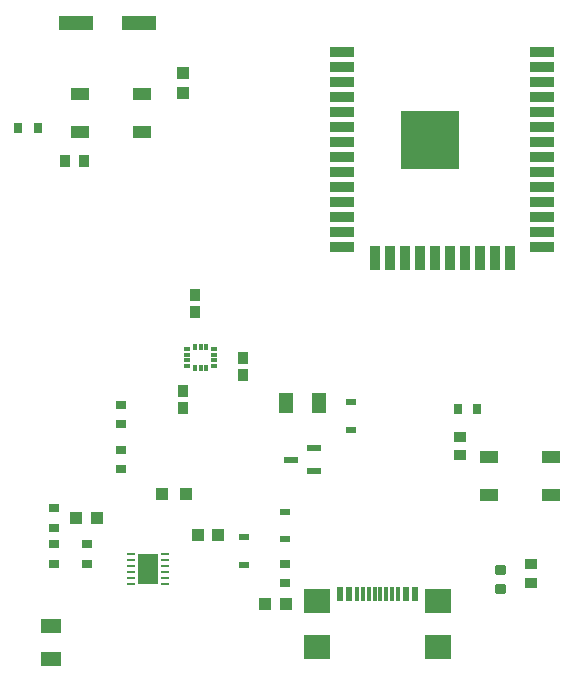
<source format=gbr>
%TF.GenerationSoftware,KiCad,Pcbnew,(5.1.7)-1*%
%TF.CreationDate,2020-11-25T10:46:17-08:00*%
%TF.ProjectId,esp32_sensor,65737033-325f-4736-956e-736f722e6b69,v0.0.3*%
%TF.SameCoordinates,Original*%
%TF.FileFunction,Paste,Top*%
%TF.FilePolarity,Positive*%
%FSLAX46Y46*%
G04 Gerber Fmt 4.6, Leading zero omitted, Abs format (unit mm)*
G04 Created by KiCad (PCBNEW (5.1.7)-1) date 2020-11-25 10:46:17*
%MOMM*%
%LPD*%
G01*
G04 APERTURE LIST*
%ADD10C,0.152400*%
%ADD11R,2.997200X1.219200*%
%ADD12R,5.000000X5.000000*%
%ADD13R,2.000000X0.900000*%
%ADD14R,0.900000X2.000000*%
%ADD15R,1.000000X1.100000*%
%ADD16R,0.757199X0.254800*%
%ADD17R,1.803400X2.590800*%
%ADD18R,0.830000X0.630000*%
%ADD19R,1.100000X1.000000*%
%ADD20R,0.930000X1.010000*%
%ADD21R,1.799996X1.299998*%
%ADD22R,1.299998X1.799996*%
%ADD23R,1.003300X0.990600*%
%ADD24R,1.309599X0.568000*%
%ADD25R,0.810000X0.980000*%
%ADD26R,0.790000X0.930000*%
%ADD27R,0.980000X0.810000*%
%ADD28R,0.930000X0.790000*%
%ADD29R,1.549400X0.990600*%
%ADD30R,0.600000X0.350000*%
%ADD31R,0.350000X0.600000*%
%ADD32R,0.600000X1.150000*%
%ADD33R,0.300000X1.150000*%
%ADD34R,2.180000X2.000000*%
G04 APERTURE END LIST*
D10*
%TO.C,U_PW_1*%
X100496700Y-121210400D02*
X100496700Y-120115000D01*
X100496700Y-120115000D02*
X98893300Y-120115000D01*
X98893300Y-120115000D02*
X98893300Y-121210400D01*
X98893300Y-121210400D02*
X100496700Y-121210400D01*
X100496700Y-119915000D02*
X100496700Y-118819600D01*
X100496700Y-118819600D02*
X98893300Y-118819600D01*
X98893300Y-118819600D02*
X98893300Y-119915000D01*
X98893300Y-119915000D02*
X100496700Y-119915000D01*
%TD*%
D11*
%TO.C,CP_ESP_1*%
X98971100Y-73787000D03*
X93560900Y-73787000D03*
%TD*%
D12*
%TO.C,U_ESP_1*%
X123587000Y-83700000D03*
D13*
X116087000Y-76200000D03*
X116087000Y-77470000D03*
X116087000Y-78740000D03*
X116087000Y-80010000D03*
X116087000Y-81280000D03*
X116087000Y-82550000D03*
X116087000Y-83820000D03*
X116087000Y-85090000D03*
X116087000Y-86360000D03*
X116087000Y-87630000D03*
X116087000Y-88900000D03*
X116087000Y-90170000D03*
X116087000Y-91440000D03*
X116087000Y-92710000D03*
D14*
X118872000Y-93710000D03*
X120142000Y-93710000D03*
X121412000Y-93710000D03*
X122682000Y-93710000D03*
X123952000Y-93710000D03*
X125222000Y-93710000D03*
X126492000Y-93710000D03*
X127762000Y-93710000D03*
X129032000Y-93710000D03*
X130302000Y-93710000D03*
D13*
X133087000Y-92710000D03*
X133087000Y-91440000D03*
X133087000Y-90170000D03*
X133087000Y-88900000D03*
X133087000Y-87630000D03*
X133087000Y-86360000D03*
X133087000Y-85090000D03*
X133087000Y-83820000D03*
X133087000Y-82550000D03*
X133087000Y-81280000D03*
X133087000Y-80010000D03*
X133087000Y-78740000D03*
X133087000Y-77470000D03*
X133087000Y-76200000D03*
%TD*%
D15*
%TO.C,C_ESP_1*%
X102616000Y-78017000D03*
X102616000Y-79717000D03*
%TD*%
%TO.C,LED_ESP_1*%
G36*
G01*
X129796250Y-122129000D02*
X129283750Y-122129000D01*
G75*
G02*
X129065000Y-121910250I0J218750D01*
G01*
X129065000Y-121472750D01*
G75*
G02*
X129283750Y-121254000I218750J0D01*
G01*
X129796250Y-121254000D01*
G75*
G02*
X130015000Y-121472750I0J-218750D01*
G01*
X130015000Y-121910250D01*
G75*
G02*
X129796250Y-122129000I-218750J0D01*
G01*
G37*
G36*
G01*
X129796250Y-120554000D02*
X129283750Y-120554000D01*
G75*
G02*
X129065000Y-120335250I0J218750D01*
G01*
X129065000Y-119897750D01*
G75*
G02*
X129283750Y-119679000I218750J0D01*
G01*
X129796250Y-119679000D01*
G75*
G02*
X130015000Y-119897750I0J-218750D01*
G01*
X130015000Y-120335250D01*
G75*
G02*
X129796250Y-120554000I-218750J0D01*
G01*
G37*
%TD*%
D16*
%TO.C,U_PW_1*%
X101115000Y-121265000D03*
X101115000Y-120765001D03*
X101115000Y-120265000D03*
X101115000Y-119765000D03*
X101115000Y-119264999D03*
X101115000Y-118765000D03*
X98275000Y-118765000D03*
X98275000Y-119264999D03*
X98275000Y-119765000D03*
X98275000Y-120265000D03*
X98275000Y-120765001D03*
X98275000Y-121265000D03*
D17*
X99695000Y-120015000D03*
%TD*%
D18*
%TO.C,D_PW_3*%
X116840000Y-105904000D03*
X116840000Y-108204000D03*
%TD*%
D19*
%TO.C,C_PW_1*%
X109640000Y-122936000D03*
X111340000Y-122936000D03*
%TD*%
D18*
%TO.C,D_PW_1*%
X111252000Y-117482000D03*
X111252000Y-115182000D03*
%TD*%
D20*
%TO.C,C_IMU_1*%
X103632000Y-98245000D03*
X103632000Y-96827000D03*
%TD*%
%TO.C,C_IMU_2*%
X102616000Y-104955000D03*
X102616000Y-106373000D03*
%TD*%
%TO.C,C_IMU_3*%
X107696000Y-102161000D03*
X107696000Y-103579000D03*
%TD*%
D21*
%TO.C,C_PW_2*%
X91440000Y-124838002D03*
X91440000Y-127637998D03*
%TD*%
D19*
%TO.C,C_PW_3*%
X93638000Y-115697000D03*
X95338000Y-115697000D03*
%TD*%
%TO.C,C_PW_4*%
X103925000Y-117094000D03*
X105625000Y-117094000D03*
%TD*%
D22*
%TO.C,C_PW_5*%
X111376002Y-105918000D03*
X114175998Y-105918000D03*
%TD*%
D18*
%TO.C,D_PW_2*%
X107823000Y-119641000D03*
X107823000Y-117341000D03*
%TD*%
D23*
%TO.C,L_PW_1*%
X100876100Y-113665000D03*
X102870000Y-113665000D03*
%TD*%
D24*
%TO.C,Q_PW_1*%
X113779300Y-111696500D03*
X113779300Y-109791500D03*
X111772700Y-110744000D03*
%TD*%
D25*
%TO.C,R_ESP_1*%
X92701000Y-85471000D03*
X94243000Y-85471000D03*
%TD*%
D26*
%TO.C,R_ESP_2*%
X90355000Y-82677000D03*
X88715000Y-82677000D03*
%TD*%
D27*
%TO.C,R_ESP_3*%
X126111000Y-108830000D03*
X126111000Y-110372000D03*
%TD*%
D26*
%TO.C,R_ESP_4*%
X127566000Y-106426000D03*
X125926000Y-106426000D03*
%TD*%
D27*
%TO.C,R_ESP_5*%
X132080000Y-121167000D03*
X132080000Y-119625000D03*
%TD*%
D28*
%TO.C,R_IMU_1*%
X97409000Y-106114000D03*
X97409000Y-107754000D03*
%TD*%
%TO.C,R_IMU_2*%
X97409000Y-109924000D03*
X97409000Y-111564000D03*
%TD*%
%TO.C,R_PW_1*%
X111252000Y-121216000D03*
X111252000Y-119576000D03*
%TD*%
%TO.C,R_PW_2*%
X91694000Y-119565000D03*
X91694000Y-117925000D03*
%TD*%
%TO.C,R_PW_3*%
X91694000Y-116517000D03*
X91694000Y-114877000D03*
%TD*%
%TO.C,R_PW_4*%
X94488000Y-119565000D03*
X94488000Y-117925000D03*
%TD*%
D29*
%TO.C,SW_ESP_1*%
X99145001Y-83006999D03*
X99145001Y-79807001D03*
X93894999Y-79807001D03*
X93894999Y-83006999D03*
%TD*%
%TO.C,SW_ESP_2*%
X128565999Y-113740999D03*
X128565999Y-110541001D03*
X133816001Y-110541001D03*
X133816001Y-113740999D03*
%TD*%
D30*
%TO.C,U_IMU_1*%
X102980000Y-101858000D03*
X102980000Y-102358000D03*
X102980000Y-101358000D03*
X102980000Y-102858000D03*
X105300000Y-101858000D03*
X105300000Y-102358000D03*
X105300000Y-101358000D03*
X105300000Y-102858000D03*
D31*
X103640000Y-101198000D03*
X104140000Y-101198000D03*
X104640000Y-101198000D03*
X103640000Y-103018000D03*
X104140000Y-103018000D03*
X104640000Y-103018000D03*
%TD*%
D32*
%TO.C,U_CN_1*%
X115926000Y-122115000D03*
X116726000Y-122115000D03*
X121526000Y-122115000D03*
X122326000Y-122115000D03*
D33*
X117376000Y-122115000D03*
X120876000Y-122115000D03*
X117876000Y-122115000D03*
X120376000Y-122115000D03*
X118376000Y-122115000D03*
X119876000Y-122115000D03*
X118876000Y-122115000D03*
X119376000Y-122115000D03*
D34*
X114016000Y-122690000D03*
X124236000Y-122690000D03*
X114016000Y-126620000D03*
X124236000Y-126620000D03*
%TD*%
M02*

</source>
